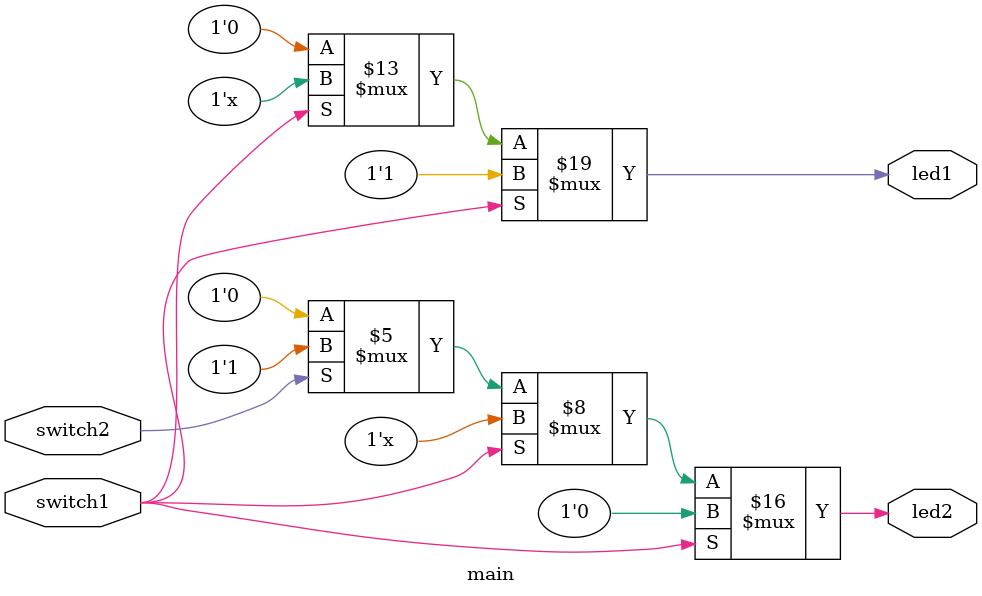
<source format=v>
`timescale 1ns / 1ps
module main(
    input wire switch1,
    input wire switch2,
    output reg led1,
    output reg led2
    );
    // always is used to run code for infinite and in sequential form
    always @* begin
        led1 = 1'b0;
        led2 = 1'b0;    
        if(switch1 == 1) begin
            led1 = 1'b1;
            led2 = 1'b0;
        end
        else if (switch2 == 1) begin
            led1 = 1'b0;
            led2 = 1'b1;            
        end
        else begin
            led1 = 1'b0;
            led2 = 1'b0;            
        end    
    end
endmodule


</source>
